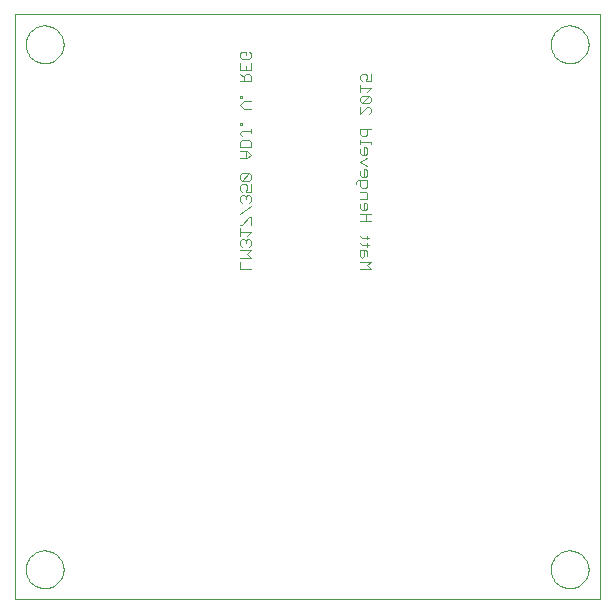
<source format=gbo>
G75*
%MOIN*%
%OFA0B0*%
%FSLAX24Y24*%
%IPPOS*%
%LPD*%
%AMOC8*
5,1,8,0,0,1.08239X$1,22.5*
%
%ADD10C,0.0000*%
%ADD11C,0.0030*%
D10*
X000100Y000100D02*
X000100Y019600D01*
X019600Y019600D01*
X019600Y000100D01*
X000100Y000100D01*
X000470Y001100D02*
X000472Y001150D01*
X000478Y001200D01*
X000488Y001249D01*
X000502Y001297D01*
X000519Y001344D01*
X000540Y001389D01*
X000565Y001433D01*
X000593Y001474D01*
X000625Y001513D01*
X000659Y001550D01*
X000696Y001584D01*
X000736Y001614D01*
X000778Y001641D01*
X000822Y001665D01*
X000868Y001686D01*
X000915Y001702D01*
X000963Y001715D01*
X001013Y001724D01*
X001062Y001729D01*
X001113Y001730D01*
X001163Y001727D01*
X001212Y001720D01*
X001261Y001709D01*
X001309Y001694D01*
X001355Y001676D01*
X001400Y001654D01*
X001443Y001628D01*
X001484Y001599D01*
X001523Y001567D01*
X001559Y001532D01*
X001591Y001494D01*
X001621Y001454D01*
X001648Y001411D01*
X001671Y001367D01*
X001690Y001321D01*
X001706Y001273D01*
X001718Y001224D01*
X001726Y001175D01*
X001730Y001125D01*
X001730Y001075D01*
X001726Y001025D01*
X001718Y000976D01*
X001706Y000927D01*
X001690Y000879D01*
X001671Y000833D01*
X001648Y000789D01*
X001621Y000746D01*
X001591Y000706D01*
X001559Y000668D01*
X001523Y000633D01*
X001484Y000601D01*
X001443Y000572D01*
X001400Y000546D01*
X001355Y000524D01*
X001309Y000506D01*
X001261Y000491D01*
X001212Y000480D01*
X001163Y000473D01*
X001113Y000470D01*
X001062Y000471D01*
X001013Y000476D01*
X000963Y000485D01*
X000915Y000498D01*
X000868Y000514D01*
X000822Y000535D01*
X000778Y000559D01*
X000736Y000586D01*
X000696Y000616D01*
X000659Y000650D01*
X000625Y000687D01*
X000593Y000726D01*
X000565Y000767D01*
X000540Y000811D01*
X000519Y000856D01*
X000502Y000903D01*
X000488Y000951D01*
X000478Y001000D01*
X000472Y001050D01*
X000470Y001100D01*
X000470Y018600D02*
X000472Y018650D01*
X000478Y018700D01*
X000488Y018749D01*
X000502Y018797D01*
X000519Y018844D01*
X000540Y018889D01*
X000565Y018933D01*
X000593Y018974D01*
X000625Y019013D01*
X000659Y019050D01*
X000696Y019084D01*
X000736Y019114D01*
X000778Y019141D01*
X000822Y019165D01*
X000868Y019186D01*
X000915Y019202D01*
X000963Y019215D01*
X001013Y019224D01*
X001062Y019229D01*
X001113Y019230D01*
X001163Y019227D01*
X001212Y019220D01*
X001261Y019209D01*
X001309Y019194D01*
X001355Y019176D01*
X001400Y019154D01*
X001443Y019128D01*
X001484Y019099D01*
X001523Y019067D01*
X001559Y019032D01*
X001591Y018994D01*
X001621Y018954D01*
X001648Y018911D01*
X001671Y018867D01*
X001690Y018821D01*
X001706Y018773D01*
X001718Y018724D01*
X001726Y018675D01*
X001730Y018625D01*
X001730Y018575D01*
X001726Y018525D01*
X001718Y018476D01*
X001706Y018427D01*
X001690Y018379D01*
X001671Y018333D01*
X001648Y018289D01*
X001621Y018246D01*
X001591Y018206D01*
X001559Y018168D01*
X001523Y018133D01*
X001484Y018101D01*
X001443Y018072D01*
X001400Y018046D01*
X001355Y018024D01*
X001309Y018006D01*
X001261Y017991D01*
X001212Y017980D01*
X001163Y017973D01*
X001113Y017970D01*
X001062Y017971D01*
X001013Y017976D01*
X000963Y017985D01*
X000915Y017998D01*
X000868Y018014D01*
X000822Y018035D01*
X000778Y018059D01*
X000736Y018086D01*
X000696Y018116D01*
X000659Y018150D01*
X000625Y018187D01*
X000593Y018226D01*
X000565Y018267D01*
X000540Y018311D01*
X000519Y018356D01*
X000502Y018403D01*
X000488Y018451D01*
X000478Y018500D01*
X000472Y018550D01*
X000470Y018600D01*
X017970Y018600D02*
X017972Y018650D01*
X017978Y018700D01*
X017988Y018749D01*
X018002Y018797D01*
X018019Y018844D01*
X018040Y018889D01*
X018065Y018933D01*
X018093Y018974D01*
X018125Y019013D01*
X018159Y019050D01*
X018196Y019084D01*
X018236Y019114D01*
X018278Y019141D01*
X018322Y019165D01*
X018368Y019186D01*
X018415Y019202D01*
X018463Y019215D01*
X018513Y019224D01*
X018562Y019229D01*
X018613Y019230D01*
X018663Y019227D01*
X018712Y019220D01*
X018761Y019209D01*
X018809Y019194D01*
X018855Y019176D01*
X018900Y019154D01*
X018943Y019128D01*
X018984Y019099D01*
X019023Y019067D01*
X019059Y019032D01*
X019091Y018994D01*
X019121Y018954D01*
X019148Y018911D01*
X019171Y018867D01*
X019190Y018821D01*
X019206Y018773D01*
X019218Y018724D01*
X019226Y018675D01*
X019230Y018625D01*
X019230Y018575D01*
X019226Y018525D01*
X019218Y018476D01*
X019206Y018427D01*
X019190Y018379D01*
X019171Y018333D01*
X019148Y018289D01*
X019121Y018246D01*
X019091Y018206D01*
X019059Y018168D01*
X019023Y018133D01*
X018984Y018101D01*
X018943Y018072D01*
X018900Y018046D01*
X018855Y018024D01*
X018809Y018006D01*
X018761Y017991D01*
X018712Y017980D01*
X018663Y017973D01*
X018613Y017970D01*
X018562Y017971D01*
X018513Y017976D01*
X018463Y017985D01*
X018415Y017998D01*
X018368Y018014D01*
X018322Y018035D01*
X018278Y018059D01*
X018236Y018086D01*
X018196Y018116D01*
X018159Y018150D01*
X018125Y018187D01*
X018093Y018226D01*
X018065Y018267D01*
X018040Y018311D01*
X018019Y018356D01*
X018002Y018403D01*
X017988Y018451D01*
X017978Y018500D01*
X017972Y018550D01*
X017970Y018600D01*
X017970Y001100D02*
X017972Y001150D01*
X017978Y001200D01*
X017988Y001249D01*
X018002Y001297D01*
X018019Y001344D01*
X018040Y001389D01*
X018065Y001433D01*
X018093Y001474D01*
X018125Y001513D01*
X018159Y001550D01*
X018196Y001584D01*
X018236Y001614D01*
X018278Y001641D01*
X018322Y001665D01*
X018368Y001686D01*
X018415Y001702D01*
X018463Y001715D01*
X018513Y001724D01*
X018562Y001729D01*
X018613Y001730D01*
X018663Y001727D01*
X018712Y001720D01*
X018761Y001709D01*
X018809Y001694D01*
X018855Y001676D01*
X018900Y001654D01*
X018943Y001628D01*
X018984Y001599D01*
X019023Y001567D01*
X019059Y001532D01*
X019091Y001494D01*
X019121Y001454D01*
X019148Y001411D01*
X019171Y001367D01*
X019190Y001321D01*
X019206Y001273D01*
X019218Y001224D01*
X019226Y001175D01*
X019230Y001125D01*
X019230Y001075D01*
X019226Y001025D01*
X019218Y000976D01*
X019206Y000927D01*
X019190Y000879D01*
X019171Y000833D01*
X019148Y000789D01*
X019121Y000746D01*
X019091Y000706D01*
X019059Y000668D01*
X019023Y000633D01*
X018984Y000601D01*
X018943Y000572D01*
X018900Y000546D01*
X018855Y000524D01*
X018809Y000506D01*
X018761Y000491D01*
X018712Y000480D01*
X018663Y000473D01*
X018613Y000470D01*
X018562Y000471D01*
X018513Y000476D01*
X018463Y000485D01*
X018415Y000498D01*
X018368Y000514D01*
X018322Y000535D01*
X018278Y000559D01*
X018236Y000586D01*
X018196Y000616D01*
X018159Y000650D01*
X018125Y000687D01*
X018093Y000726D01*
X018065Y000767D01*
X018040Y000811D01*
X018019Y000856D01*
X018002Y000903D01*
X017988Y000951D01*
X017978Y001000D01*
X017972Y001050D01*
X017970Y001100D01*
D11*
X011985Y011115D02*
X011615Y011115D01*
X011615Y011362D02*
X011985Y011362D01*
X011862Y011238D01*
X011985Y011115D01*
X011862Y011545D02*
X011862Y011668D01*
X011800Y011730D01*
X011615Y011730D01*
X011615Y011545D01*
X011677Y011483D01*
X011738Y011545D01*
X011738Y011730D01*
X011862Y011852D02*
X011862Y011975D01*
X011924Y011913D02*
X011677Y011913D01*
X011615Y011975D01*
X011677Y012159D02*
X011615Y012221D01*
X011677Y012159D02*
X011924Y012159D01*
X011862Y012097D02*
X011862Y012221D01*
X011800Y012711D02*
X011800Y012958D01*
X011800Y013079D02*
X011862Y013141D01*
X011862Y013265D01*
X011800Y013326D01*
X011738Y013326D01*
X011738Y013079D01*
X011677Y013079D02*
X011800Y013079D01*
X011677Y013079D02*
X011615Y013141D01*
X011615Y013265D01*
X011615Y013448D02*
X011862Y013448D01*
X011862Y013633D01*
X011800Y013695D01*
X011615Y013695D01*
X011677Y013816D02*
X011615Y013878D01*
X011615Y014063D01*
X011553Y014063D02*
X011862Y014063D01*
X011862Y013878D01*
X011800Y013816D01*
X011677Y013816D01*
X011492Y013939D02*
X011492Y014001D01*
X011553Y014063D01*
X011677Y014184D02*
X011615Y014246D01*
X011615Y014369D01*
X011738Y014431D02*
X011738Y014184D01*
X011677Y014184D02*
X011800Y014184D01*
X011862Y014246D01*
X011862Y014369D01*
X011800Y014431D01*
X011738Y014431D01*
X011862Y014553D02*
X011615Y014676D01*
X011862Y014799D01*
X011800Y014921D02*
X011862Y014983D01*
X011862Y015106D01*
X011800Y015168D01*
X011738Y015168D01*
X011738Y014921D01*
X011677Y014921D02*
X011800Y014921D01*
X011677Y014921D02*
X011615Y014983D01*
X011615Y015106D01*
X011615Y015289D02*
X011615Y015413D01*
X011615Y015351D02*
X011985Y015351D01*
X011985Y015289D01*
X011800Y015535D02*
X011862Y015596D01*
X011862Y015782D01*
X011985Y015782D02*
X011615Y015782D01*
X011615Y015596D01*
X011677Y015535D01*
X011800Y015535D01*
X011924Y016271D02*
X011985Y016333D01*
X011985Y016457D01*
X011924Y016518D01*
X011862Y016518D01*
X011615Y016271D01*
X011615Y016518D01*
X011677Y016640D02*
X011615Y016701D01*
X011615Y016825D01*
X011677Y016887D01*
X011924Y016887D01*
X011677Y016640D01*
X011924Y016640D01*
X011985Y016701D01*
X011985Y016825D01*
X011924Y016887D01*
X011862Y017008D02*
X011985Y017131D01*
X011615Y017131D01*
X011615Y017008D02*
X011615Y017255D01*
X011677Y017376D02*
X011615Y017438D01*
X011615Y017562D01*
X011677Y017623D01*
X011800Y017623D01*
X011862Y017562D01*
X011862Y017500D01*
X011800Y017376D01*
X011985Y017376D01*
X011985Y017623D01*
X007985Y017562D02*
X007985Y017376D01*
X007615Y017376D01*
X007738Y017376D02*
X007738Y017562D01*
X007800Y017623D01*
X007924Y017623D01*
X007985Y017562D01*
X007985Y017745D02*
X007615Y017745D01*
X007615Y017992D01*
X007677Y018113D02*
X007615Y018175D01*
X007615Y018298D01*
X007677Y018360D01*
X007800Y018360D01*
X007800Y018236D01*
X007677Y018113D02*
X007924Y018113D01*
X007985Y018175D01*
X007985Y018298D01*
X007924Y018360D01*
X007985Y017992D02*
X007985Y017745D01*
X007800Y017745D02*
X007800Y017868D01*
X007615Y017623D02*
X007738Y017500D01*
X007677Y016886D02*
X007615Y016886D01*
X007615Y016824D01*
X007677Y016824D01*
X007677Y016886D01*
X007738Y016702D02*
X007615Y016579D01*
X007738Y016456D01*
X007985Y016456D01*
X007985Y016702D02*
X007738Y016702D01*
X007677Y015965D02*
X007615Y015965D01*
X007615Y015903D01*
X007677Y015903D01*
X007677Y015965D01*
X007677Y015720D02*
X007985Y015720D01*
X007985Y015658D02*
X007985Y015782D01*
X007677Y015720D02*
X007615Y015658D01*
X007615Y015596D01*
X007677Y015535D01*
X007677Y015413D02*
X007924Y015413D01*
X007985Y015352D01*
X007985Y015166D01*
X007615Y015166D01*
X007615Y015352D01*
X007677Y015413D01*
X007615Y015045D02*
X007862Y015045D01*
X007985Y014922D01*
X007862Y014798D01*
X007615Y014798D01*
X007800Y014798D02*
X007800Y015045D01*
X007677Y014308D02*
X007615Y014247D01*
X007615Y014123D01*
X007677Y014062D01*
X007924Y014308D01*
X007677Y014308D01*
X007677Y014062D02*
X007924Y014062D01*
X007985Y014123D01*
X007985Y014247D01*
X007924Y014308D01*
X007985Y013940D02*
X007985Y013693D01*
X007800Y013693D01*
X007862Y013817D01*
X007862Y013878D01*
X007800Y013940D01*
X007677Y013940D01*
X007615Y013878D01*
X007615Y013755D01*
X007677Y013693D01*
X007677Y013572D02*
X007615Y013510D01*
X007615Y013387D01*
X007677Y013325D01*
X007800Y013448D02*
X007800Y013510D01*
X007738Y013572D01*
X007677Y013572D01*
X007800Y013510D02*
X007862Y013572D01*
X007924Y013572D01*
X007985Y013510D01*
X007985Y013387D01*
X007924Y013325D01*
X007985Y013203D02*
X007615Y012957D01*
X007924Y012835D02*
X007677Y012588D01*
X007615Y012588D01*
X007615Y012467D02*
X007615Y012220D01*
X007615Y012343D02*
X007985Y012343D01*
X007862Y012220D01*
X007862Y012099D02*
X007800Y012037D01*
X007738Y012099D01*
X007677Y012099D01*
X007615Y012037D01*
X007615Y011913D01*
X007677Y011852D01*
X007615Y011730D02*
X007985Y011730D01*
X007862Y011607D01*
X007985Y011483D01*
X007615Y011483D01*
X007615Y011362D02*
X007615Y011115D01*
X007985Y011115D01*
X007924Y011852D02*
X007985Y011913D01*
X007985Y012037D01*
X007924Y012099D01*
X007862Y012099D01*
X007800Y012037D02*
X007800Y011975D01*
X007985Y012588D02*
X007985Y012835D01*
X007924Y012835D01*
X011615Y012958D02*
X011985Y012958D01*
X011985Y012711D02*
X011615Y012711D01*
M02*

</source>
